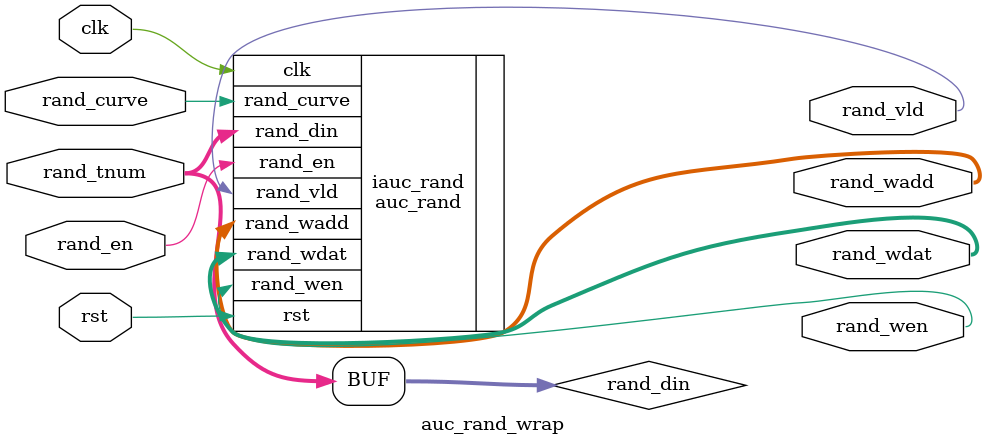
<source format=v>

module auc_rand_wrap
    (
     clk,
     rst,
     // Input
     rand_en,
     rand_tnum,         // simulation only
     rand_curve,
     // Output
     rand_vld,
     //RAM control
     rand_wen,
     rand_wadd,
     rand_wdat
     );

////////////////////////////////////////////////////////////////////////////////
// Parameter declarations
`define             RTL_SIMULATION

parameter           WIDTH   = 256;
parameter           ADDR    = 5;

////////////////////////////////////////////////////////////////////////////////
// Port declarations

input               clk;
input               rst;

input               rand_en;
input [WIDTH-1:0]   rand_tnum;
input               rand_curve;

output              rand_vld;

output              rand_wen;
output [ADDR-1:0]   rand_wadd;
output [WIDTH-1:0]  rand_wdat;

////////////////////////////////////////////////////////////////////////////////
// Output declarations

////////////////////////////////////////////////////////////////////////////////
// Local logic and instantiation

wire [WIDTH-1:0]    rand_din;

auc_rand
    #(
      .WIDTH(WIDTH),
      .ADDR(ADDR)
      ) iauc_rand
    (
     .clk(clk),
     .rst(rst),
     //Input
     .rand_en(rand_en),
     .rand_din(rand_din),
     .rand_curve(rand_curve),
     // Output
     .rand_vld(rand_vld),
     //RAM control
     .rand_wen(rand_wen),
     .rand_wadd(rand_wadd),
     .rand_wdat(rand_wdat)
     );

`ifdef  RTL_SIMULATION
assign              rand_din = rand_tnum;

`else
wire [WIDTH-1:0]    randvl;

lv_rd256wrap
    #(
      .WID(WIDTH)
      ) ilv_rs256wrap
    (
     .clk(clk),
     .rst(rst),
     .randvl(randvl)    // pseudo random
     );

assign              rand_din = randvl;

`endif

endmodule 

</source>
